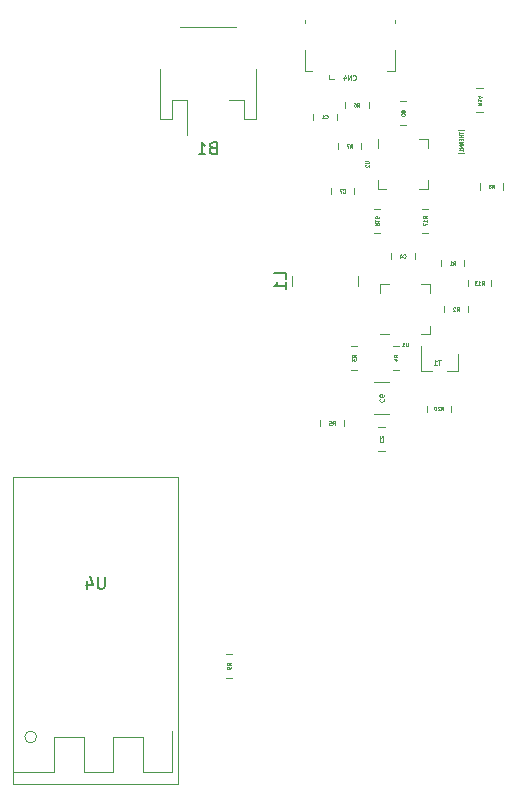
<source format=gbr>
G04 #@! TF.GenerationSoftware,KiCad,Pcbnew,5.1.5-52549c5~86~ubuntu18.04.1*
G04 #@! TF.CreationDate,2020-04-28T10:32:59-07:00*
G04 #@! TF.ProjectId,SHIELD_MIMAS_TFT_BT_POWERSUPPLY,53484945-4c44-45f4-9d49-4d41535f5446,rev?*
G04 #@! TF.SameCoordinates,Original*
G04 #@! TF.FileFunction,Legend,Bot*
G04 #@! TF.FilePolarity,Positive*
%FSLAX46Y46*%
G04 Gerber Fmt 4.6, Leading zero omitted, Abs format (unit mm)*
G04 Created by KiCad (PCBNEW 5.1.5-52549c5~86~ubuntu18.04.1) date 2020-04-28 10:32:59*
%MOMM*%
%LPD*%
G04 APERTURE LIST*
%ADD10C,0.120000*%
%ADD11C,0.075000*%
%ADD12C,0.100000*%
%ADD13C,0.150000*%
G04 APERTURE END LIST*
D10*
X161315000Y-93910000D02*
X160590000Y-93910000D01*
X164810000Y-89690000D02*
X164810000Y-90415000D01*
X164085000Y-89690000D02*
X164810000Y-89690000D01*
X160590000Y-89690000D02*
X160590000Y-90415000D01*
X161315000Y-89690000D02*
X160590000Y-89690000D01*
X164810000Y-93910000D02*
X164810000Y-93185000D01*
X164085000Y-93910000D02*
X164810000Y-93910000D01*
X160390000Y-78115000D02*
X160390000Y-77390000D01*
X164610000Y-81610000D02*
X163885000Y-81610000D01*
X164610000Y-80885000D02*
X164610000Y-81610000D01*
X164610000Y-77390000D02*
X163885000Y-77390000D01*
X164610000Y-78115000D02*
X164610000Y-77390000D01*
X160390000Y-81610000D02*
X161115000Y-81610000D01*
X160390000Y-80885000D02*
X160390000Y-81610000D01*
X156240000Y-72310000D02*
X156240000Y-71920000D01*
X156240000Y-72310000D02*
X156690000Y-72310000D01*
X161810000Y-71610000D02*
X161160000Y-71610000D01*
X161810000Y-69880000D02*
X161810000Y-71610000D01*
X154190000Y-67310000D02*
X154190000Y-67520000D01*
X161810000Y-67310000D02*
X161810000Y-67520000D01*
X154190000Y-69880000D02*
X154190000Y-71610000D01*
X154190000Y-71610000D02*
X154850000Y-71610000D01*
X153100000Y-89000000D02*
X153100000Y-89800000D01*
X158700000Y-89000000D02*
X158700000Y-89800000D01*
X143660000Y-67890000D02*
X148340000Y-67890000D01*
X149040000Y-74110000D02*
X147760000Y-74110000D01*
X149040000Y-75710000D02*
X149040000Y-74110000D01*
X150060000Y-75710000D02*
X149040000Y-75710000D01*
X150060000Y-71460000D02*
X150060000Y-75710000D01*
X144240000Y-74110000D02*
X144240000Y-77000000D01*
X142960000Y-74110000D02*
X144240000Y-74110000D01*
X142960000Y-75710000D02*
X142960000Y-74110000D01*
X141940000Y-75710000D02*
X142960000Y-75710000D01*
X141940000Y-71460000D02*
X141940000Y-75710000D01*
X157500000Y-101191422D02*
X157500000Y-101708578D01*
X155500000Y-101191422D02*
X155500000Y-101708578D01*
X143000000Y-131000000D02*
X143000000Y-127500000D01*
X140500000Y-131000000D02*
X143000000Y-131000000D01*
X140500000Y-128000000D02*
X140500000Y-131000000D01*
X140000000Y-128000000D02*
X140500000Y-128000000D01*
X138000000Y-128000000D02*
X140000000Y-128000000D01*
X138000000Y-131000000D02*
X138000000Y-128000000D01*
X135500000Y-131000000D02*
X138000000Y-131000000D01*
X135500000Y-128000000D02*
X135500000Y-131000000D01*
X133000000Y-128000000D02*
X135500000Y-128000000D01*
X133000000Y-131000000D02*
X133000000Y-128000000D01*
X129500000Y-131000000D02*
X133000000Y-131000000D01*
X131500000Y-128000000D02*
G75*
G03X131500000Y-128000000I-500000J0D01*
G01*
X129500000Y-106000000D02*
X129500000Y-132000000D01*
X143500000Y-106000000D02*
X129500000Y-106000000D01*
X143500000Y-132000000D02*
X143500000Y-106000000D01*
X129500000Y-132000000D02*
X143500000Y-132000000D01*
X160097936Y-97940000D02*
X161302064Y-97940000D01*
X160097936Y-100660000D02*
X161302064Y-100660000D01*
X148046078Y-123000000D02*
X147528922Y-123000000D01*
X148046078Y-121000000D02*
X147528922Y-121000000D01*
X167180000Y-97060000D02*
X167180000Y-95600000D01*
X164020000Y-97060000D02*
X164020000Y-94900000D01*
X164020000Y-97060000D02*
X164950000Y-97060000D01*
X167180000Y-97060000D02*
X166250000Y-97060000D01*
X162241422Y-74200000D02*
X162758578Y-74200000D01*
X162241422Y-76200000D02*
X162758578Y-76200000D01*
X158400000Y-81541422D02*
X158400000Y-82058578D01*
X156400000Y-81541422D02*
X156400000Y-82058578D01*
X163500000Y-87041422D02*
X163500000Y-87558578D01*
X161500000Y-87041422D02*
X161500000Y-87558578D01*
X160441422Y-101800000D02*
X160958578Y-101800000D01*
X160441422Y-103800000D02*
X160958578Y-103800000D01*
X154900000Y-75758578D02*
X154900000Y-75241422D01*
X156900000Y-75758578D02*
X156900000Y-75241422D01*
X167721078Y-78600000D02*
X167203922Y-78600000D01*
X167721078Y-76600000D02*
X167203922Y-76600000D01*
X164550000Y-100458578D02*
X164550000Y-99941422D01*
X166550000Y-100458578D02*
X166550000Y-99941422D01*
X164658578Y-85300000D02*
X164141422Y-85300000D01*
X164658578Y-83300000D02*
X164141422Y-83300000D01*
X160041422Y-83300000D02*
X160558578Y-83300000D01*
X160041422Y-85300000D02*
X160558578Y-85300000D01*
X170000000Y-89341422D02*
X170000000Y-89858578D01*
X168000000Y-89341422D02*
X168000000Y-89858578D01*
X171000000Y-81141422D02*
X171000000Y-81658578D01*
X169000000Y-81141422D02*
X169000000Y-81658578D01*
X159000000Y-77741422D02*
X159000000Y-78258578D01*
X157000000Y-77741422D02*
X157000000Y-78258578D01*
X157600000Y-74758578D02*
X157600000Y-74241422D01*
X159600000Y-74758578D02*
X159600000Y-74241422D01*
X162158578Y-96900000D02*
X161641422Y-96900000D01*
X162158578Y-94900000D02*
X161641422Y-94900000D01*
X158658578Y-96900000D02*
X158141422Y-96900000D01*
X158658578Y-94900000D02*
X158141422Y-94900000D01*
X166000000Y-92058578D02*
X166000000Y-91541422D01*
X168000000Y-92058578D02*
X168000000Y-91541422D01*
X165700000Y-88158578D02*
X165700000Y-87641422D01*
X167700000Y-88158578D02*
X167700000Y-87641422D01*
X168741422Y-73100000D02*
X169258578Y-73100000D01*
X168741422Y-75100000D02*
X169258578Y-75100000D01*
D11*
X162928571Y-94635714D02*
X162928571Y-94878571D01*
X162914285Y-94907142D01*
X162900000Y-94921428D01*
X162871428Y-94935714D01*
X162814285Y-94935714D01*
X162785714Y-94921428D01*
X162771428Y-94907142D01*
X162757142Y-94878571D01*
X162757142Y-94635714D01*
X162457142Y-94935714D02*
X162628571Y-94935714D01*
X162542857Y-94935714D02*
X162542857Y-94635714D01*
X162571428Y-94678571D01*
X162600000Y-94707142D01*
X162628571Y-94721428D01*
X159335714Y-79271428D02*
X159578571Y-79271428D01*
X159607142Y-79285714D01*
X159621428Y-79300000D01*
X159635714Y-79328571D01*
X159635714Y-79385714D01*
X159621428Y-79414285D01*
X159607142Y-79428571D01*
X159578571Y-79442857D01*
X159335714Y-79442857D01*
X159364285Y-79571428D02*
X159350000Y-79585714D01*
X159335714Y-79614285D01*
X159335714Y-79685714D01*
X159350000Y-79714285D01*
X159364285Y-79728571D01*
X159392857Y-79742857D01*
X159421428Y-79742857D01*
X159464285Y-79728571D01*
X159635714Y-79557142D01*
X159635714Y-79742857D01*
D12*
X158276190Y-72342857D02*
X158295238Y-72361904D01*
X158352380Y-72380952D01*
X158390476Y-72380952D01*
X158447619Y-72361904D01*
X158485714Y-72323809D01*
X158504761Y-72285714D01*
X158523809Y-72209523D01*
X158523809Y-72152380D01*
X158504761Y-72076190D01*
X158485714Y-72038095D01*
X158447619Y-72000000D01*
X158390476Y-71980952D01*
X158352380Y-71980952D01*
X158295238Y-72000000D01*
X158276190Y-72019047D01*
X158104761Y-72380952D02*
X158104761Y-71980952D01*
X157876190Y-72380952D01*
X157876190Y-71980952D01*
X157514285Y-72114285D02*
X157514285Y-72380952D01*
X157609523Y-71961904D02*
X157704761Y-72247619D01*
X157457142Y-72247619D01*
D13*
X152602380Y-89233333D02*
X152602380Y-88757142D01*
X151602380Y-88757142D01*
X152602380Y-90090476D02*
X152602380Y-89519047D01*
X152602380Y-89804761D02*
X151602380Y-89804761D01*
X151745238Y-89709523D01*
X151840476Y-89614285D01*
X151888095Y-89519047D01*
X146404761Y-78128571D02*
X146261904Y-78176190D01*
X146214285Y-78223809D01*
X146166666Y-78319047D01*
X146166666Y-78461904D01*
X146214285Y-78557142D01*
X146261904Y-78604761D01*
X146357142Y-78652380D01*
X146738095Y-78652380D01*
X146738095Y-77652380D01*
X146404761Y-77652380D01*
X146309523Y-77700000D01*
X146261904Y-77747619D01*
X146214285Y-77842857D01*
X146214285Y-77938095D01*
X146261904Y-78033333D01*
X146309523Y-78080952D01*
X146404761Y-78128571D01*
X146738095Y-78128571D01*
X145214285Y-78652380D02*
X145785714Y-78652380D01*
X145500000Y-78652380D02*
X145500000Y-77652380D01*
X145595238Y-77795238D01*
X145690476Y-77890476D01*
X145785714Y-77938095D01*
D11*
X156550000Y-101585714D02*
X156650000Y-101442857D01*
X156721428Y-101585714D02*
X156721428Y-101285714D01*
X156607142Y-101285714D01*
X156578571Y-101300000D01*
X156564285Y-101314285D01*
X156550000Y-101342857D01*
X156550000Y-101385714D01*
X156564285Y-101414285D01*
X156578571Y-101428571D01*
X156607142Y-101442857D01*
X156721428Y-101442857D01*
X156278571Y-101285714D02*
X156421428Y-101285714D01*
X156435714Y-101428571D01*
X156421428Y-101414285D01*
X156392857Y-101400000D01*
X156321428Y-101400000D01*
X156292857Y-101414285D01*
X156278571Y-101428571D01*
X156264285Y-101457142D01*
X156264285Y-101528571D01*
X156278571Y-101557142D01*
X156292857Y-101571428D01*
X156321428Y-101585714D01*
X156392857Y-101585714D01*
X156421428Y-101571428D01*
X156435714Y-101557142D01*
D13*
X137261904Y-114452380D02*
X137261904Y-115261904D01*
X137214285Y-115357142D01*
X137166666Y-115404761D01*
X137071428Y-115452380D01*
X136880952Y-115452380D01*
X136785714Y-115404761D01*
X136738095Y-115357142D01*
X136690476Y-115261904D01*
X136690476Y-114452380D01*
X135785714Y-114785714D02*
X135785714Y-115452380D01*
X136023809Y-114404761D02*
X136261904Y-115119047D01*
X135642857Y-115119047D01*
D12*
X160557142Y-99366666D02*
X160538095Y-99385714D01*
X160519047Y-99442857D01*
X160519047Y-99480952D01*
X160538095Y-99538095D01*
X160576190Y-99576190D01*
X160614285Y-99595238D01*
X160690476Y-99614285D01*
X160747619Y-99614285D01*
X160823809Y-99595238D01*
X160861904Y-99576190D01*
X160900000Y-99538095D01*
X160919047Y-99480952D01*
X160919047Y-99442857D01*
X160900000Y-99385714D01*
X160880952Y-99366666D01*
X160919047Y-99023809D02*
X160919047Y-99100000D01*
X160900000Y-99138095D01*
X160880952Y-99157142D01*
X160823809Y-99195238D01*
X160747619Y-99214285D01*
X160595238Y-99214285D01*
X160557142Y-99195238D01*
X160538095Y-99176190D01*
X160519047Y-99138095D01*
X160519047Y-99061904D01*
X160538095Y-99023809D01*
X160557142Y-99004761D01*
X160595238Y-98985714D01*
X160690476Y-98985714D01*
X160728571Y-99004761D01*
X160747619Y-99023809D01*
X160766666Y-99061904D01*
X160766666Y-99138095D01*
X160747619Y-99176190D01*
X160728571Y-99195238D01*
X160690476Y-99214285D01*
D11*
X147923214Y-121950000D02*
X147780357Y-121850000D01*
X147923214Y-121778571D02*
X147623214Y-121778571D01*
X147623214Y-121892857D01*
X147637500Y-121921428D01*
X147651785Y-121935714D01*
X147680357Y-121950000D01*
X147723214Y-121950000D01*
X147751785Y-121935714D01*
X147766071Y-121921428D01*
X147780357Y-121892857D01*
X147780357Y-121778571D01*
X147923214Y-122092857D02*
X147923214Y-122150000D01*
X147908928Y-122178571D01*
X147894642Y-122192857D01*
X147851785Y-122221428D01*
X147794642Y-122235714D01*
X147680357Y-122235714D01*
X147651785Y-122221428D01*
X147637500Y-122207142D01*
X147623214Y-122178571D01*
X147623214Y-122121428D01*
X147637500Y-122092857D01*
X147651785Y-122078571D01*
X147680357Y-122064285D01*
X147751785Y-122064285D01*
X147780357Y-122078571D01*
X147794642Y-122092857D01*
X147808928Y-122121428D01*
X147808928Y-122178571D01*
X147794642Y-122207142D01*
X147780357Y-122221428D01*
X147751785Y-122235714D01*
X165704761Y-96080952D02*
X165476190Y-96080952D01*
X165590476Y-96480952D02*
X165590476Y-96080952D01*
X165133333Y-96480952D02*
X165361904Y-96480952D01*
X165247619Y-96480952D02*
X165247619Y-96080952D01*
X165285714Y-96138095D01*
X165323809Y-96176190D01*
X165361904Y-96195238D01*
X162392857Y-75250000D02*
X162378571Y-75264285D01*
X162364285Y-75307142D01*
X162364285Y-75335714D01*
X162378571Y-75378571D01*
X162407142Y-75407142D01*
X162435714Y-75421428D01*
X162492857Y-75435714D01*
X162535714Y-75435714D01*
X162592857Y-75421428D01*
X162621428Y-75407142D01*
X162650000Y-75378571D01*
X162664285Y-75335714D01*
X162664285Y-75307142D01*
X162650000Y-75264285D01*
X162635714Y-75250000D01*
X162535714Y-75078571D02*
X162550000Y-75107142D01*
X162564285Y-75121428D01*
X162592857Y-75135714D01*
X162607142Y-75135714D01*
X162635714Y-75121428D01*
X162650000Y-75107142D01*
X162664285Y-75078571D01*
X162664285Y-75021428D01*
X162650000Y-74992857D01*
X162635714Y-74978571D01*
X162607142Y-74964285D01*
X162592857Y-74964285D01*
X162564285Y-74978571D01*
X162550000Y-74992857D01*
X162535714Y-75021428D01*
X162535714Y-75078571D01*
X162521428Y-75107142D01*
X162507142Y-75121428D01*
X162478571Y-75135714D01*
X162421428Y-75135714D01*
X162392857Y-75121428D01*
X162378571Y-75107142D01*
X162364285Y-75078571D01*
X162364285Y-75021428D01*
X162378571Y-74992857D01*
X162392857Y-74978571D01*
X162421428Y-74964285D01*
X162478571Y-74964285D01*
X162507142Y-74978571D01*
X162521428Y-74992857D01*
X162535714Y-75021428D01*
X157450000Y-81907142D02*
X157464285Y-81921428D01*
X157507142Y-81935714D01*
X157535714Y-81935714D01*
X157578571Y-81921428D01*
X157607142Y-81892857D01*
X157621428Y-81864285D01*
X157635714Y-81807142D01*
X157635714Y-81764285D01*
X157621428Y-81707142D01*
X157607142Y-81678571D01*
X157578571Y-81650000D01*
X157535714Y-81635714D01*
X157507142Y-81635714D01*
X157464285Y-81650000D01*
X157450000Y-81664285D01*
X157350000Y-81635714D02*
X157150000Y-81635714D01*
X157278571Y-81935714D01*
X162550000Y-87407142D02*
X162564285Y-87421428D01*
X162607142Y-87435714D01*
X162635714Y-87435714D01*
X162678571Y-87421428D01*
X162707142Y-87392857D01*
X162721428Y-87364285D01*
X162735714Y-87307142D01*
X162735714Y-87264285D01*
X162721428Y-87207142D01*
X162707142Y-87178571D01*
X162678571Y-87150000D01*
X162635714Y-87135714D01*
X162607142Y-87135714D01*
X162564285Y-87150000D01*
X162550000Y-87164285D01*
X162292857Y-87235714D02*
X162292857Y-87435714D01*
X162364285Y-87121428D02*
X162435714Y-87335714D01*
X162250000Y-87335714D01*
X160592857Y-102850000D02*
X160578571Y-102864285D01*
X160564285Y-102907142D01*
X160564285Y-102935714D01*
X160578571Y-102978571D01*
X160607142Y-103007142D01*
X160635714Y-103021428D01*
X160692857Y-103035714D01*
X160735714Y-103035714D01*
X160792857Y-103021428D01*
X160821428Y-103007142D01*
X160850000Y-102978571D01*
X160864285Y-102935714D01*
X160864285Y-102907142D01*
X160850000Y-102864285D01*
X160835714Y-102850000D01*
X160835714Y-102735714D02*
X160850000Y-102721428D01*
X160864285Y-102692857D01*
X160864285Y-102621428D01*
X160850000Y-102592857D01*
X160835714Y-102578571D01*
X160807142Y-102564285D01*
X160778571Y-102564285D01*
X160735714Y-102578571D01*
X160564285Y-102750000D01*
X160564285Y-102564285D01*
X155950000Y-75607142D02*
X155964285Y-75621428D01*
X156007142Y-75635714D01*
X156035714Y-75635714D01*
X156078571Y-75621428D01*
X156107142Y-75592857D01*
X156121428Y-75564285D01*
X156135714Y-75507142D01*
X156135714Y-75464285D01*
X156121428Y-75407142D01*
X156107142Y-75378571D01*
X156078571Y-75350000D01*
X156035714Y-75335714D01*
X156007142Y-75335714D01*
X155964285Y-75350000D01*
X155950000Y-75364285D01*
X155664285Y-75635714D02*
X155835714Y-75635714D01*
X155750000Y-75635714D02*
X155750000Y-75335714D01*
X155778571Y-75378571D01*
X155807142Y-75407142D01*
X155835714Y-75421428D01*
X167298214Y-76757142D02*
X167298214Y-76928571D01*
X167598214Y-76842857D02*
X167298214Y-76842857D01*
X167598214Y-77028571D02*
X167298214Y-77028571D01*
X167441071Y-77028571D02*
X167441071Y-77200000D01*
X167598214Y-77200000D02*
X167298214Y-77200000D01*
X167441071Y-77342857D02*
X167441071Y-77442857D01*
X167598214Y-77485714D02*
X167598214Y-77342857D01*
X167298214Y-77342857D01*
X167298214Y-77485714D01*
X167598214Y-77785714D02*
X167455357Y-77685714D01*
X167598214Y-77614285D02*
X167298214Y-77614285D01*
X167298214Y-77728571D01*
X167312500Y-77757142D01*
X167326785Y-77771428D01*
X167355357Y-77785714D01*
X167398214Y-77785714D01*
X167426785Y-77771428D01*
X167441071Y-77757142D01*
X167455357Y-77728571D01*
X167455357Y-77614285D01*
X167598214Y-77914285D02*
X167298214Y-77914285D01*
X167512500Y-78014285D01*
X167298214Y-78114285D01*
X167598214Y-78114285D01*
X167598214Y-78414285D02*
X167598214Y-78242857D01*
X167598214Y-78328571D02*
X167298214Y-78328571D01*
X167341071Y-78300000D01*
X167369642Y-78271428D01*
X167383928Y-78242857D01*
X165742857Y-100335714D02*
X165842857Y-100192857D01*
X165914285Y-100335714D02*
X165914285Y-100035714D01*
X165800000Y-100035714D01*
X165771428Y-100050000D01*
X165757142Y-100064285D01*
X165742857Y-100092857D01*
X165742857Y-100135714D01*
X165757142Y-100164285D01*
X165771428Y-100178571D01*
X165800000Y-100192857D01*
X165914285Y-100192857D01*
X165628571Y-100064285D02*
X165614285Y-100050000D01*
X165585714Y-100035714D01*
X165514285Y-100035714D01*
X165485714Y-100050000D01*
X165471428Y-100064285D01*
X165457142Y-100092857D01*
X165457142Y-100121428D01*
X165471428Y-100164285D01*
X165642857Y-100335714D01*
X165457142Y-100335714D01*
X165271428Y-100035714D02*
X165242857Y-100035714D01*
X165214285Y-100050000D01*
X165200000Y-100064285D01*
X165185714Y-100092857D01*
X165171428Y-100150000D01*
X165171428Y-100221428D01*
X165185714Y-100278571D01*
X165200000Y-100307142D01*
X165214285Y-100321428D01*
X165242857Y-100335714D01*
X165271428Y-100335714D01*
X165300000Y-100321428D01*
X165314285Y-100307142D01*
X165328571Y-100278571D01*
X165342857Y-100221428D01*
X165342857Y-100150000D01*
X165328571Y-100092857D01*
X165314285Y-100064285D01*
X165300000Y-100050000D01*
X165271428Y-100035714D01*
X164535714Y-84107142D02*
X164392857Y-84007142D01*
X164535714Y-83935714D02*
X164235714Y-83935714D01*
X164235714Y-84050000D01*
X164250000Y-84078571D01*
X164264285Y-84092857D01*
X164292857Y-84107142D01*
X164335714Y-84107142D01*
X164364285Y-84092857D01*
X164378571Y-84078571D01*
X164392857Y-84050000D01*
X164392857Y-83935714D01*
X164535714Y-84392857D02*
X164535714Y-84221428D01*
X164535714Y-84307142D02*
X164235714Y-84307142D01*
X164278571Y-84278571D01*
X164307142Y-84250000D01*
X164321428Y-84221428D01*
X164235714Y-84492857D02*
X164235714Y-84692857D01*
X164535714Y-84564285D01*
X160164285Y-84492857D02*
X160307142Y-84592857D01*
X160164285Y-84664285D02*
X160464285Y-84664285D01*
X160464285Y-84550000D01*
X160450000Y-84521428D01*
X160435714Y-84507142D01*
X160407142Y-84492857D01*
X160364285Y-84492857D01*
X160335714Y-84507142D01*
X160321428Y-84521428D01*
X160307142Y-84550000D01*
X160307142Y-84664285D01*
X160164285Y-84207142D02*
X160164285Y-84378571D01*
X160164285Y-84292857D02*
X160464285Y-84292857D01*
X160421428Y-84321428D01*
X160392857Y-84350000D01*
X160378571Y-84378571D01*
X160464285Y-83950000D02*
X160464285Y-84007142D01*
X160450000Y-84035714D01*
X160435714Y-84050000D01*
X160392857Y-84078571D01*
X160335714Y-84092857D01*
X160221428Y-84092857D01*
X160192857Y-84078571D01*
X160178571Y-84064285D01*
X160164285Y-84035714D01*
X160164285Y-83978571D01*
X160178571Y-83950000D01*
X160192857Y-83935714D01*
X160221428Y-83921428D01*
X160292857Y-83921428D01*
X160321428Y-83935714D01*
X160335714Y-83950000D01*
X160350000Y-83978571D01*
X160350000Y-84035714D01*
X160335714Y-84064285D01*
X160321428Y-84078571D01*
X160292857Y-84092857D01*
X169192857Y-89735714D02*
X169292857Y-89592857D01*
X169364285Y-89735714D02*
X169364285Y-89435714D01*
X169250000Y-89435714D01*
X169221428Y-89450000D01*
X169207142Y-89464285D01*
X169192857Y-89492857D01*
X169192857Y-89535714D01*
X169207142Y-89564285D01*
X169221428Y-89578571D01*
X169250000Y-89592857D01*
X169364285Y-89592857D01*
X168907142Y-89735714D02*
X169078571Y-89735714D01*
X168992857Y-89735714D02*
X168992857Y-89435714D01*
X169021428Y-89478571D01*
X169050000Y-89507142D01*
X169078571Y-89521428D01*
X168807142Y-89435714D02*
X168621428Y-89435714D01*
X168721428Y-89550000D01*
X168678571Y-89550000D01*
X168650000Y-89564285D01*
X168635714Y-89578571D01*
X168621428Y-89607142D01*
X168621428Y-89678571D01*
X168635714Y-89707142D01*
X168650000Y-89721428D01*
X168678571Y-89735714D01*
X168764285Y-89735714D01*
X168792857Y-89721428D01*
X168807142Y-89707142D01*
X170050000Y-81535714D02*
X170150000Y-81392857D01*
X170221428Y-81535714D02*
X170221428Y-81235714D01*
X170107142Y-81235714D01*
X170078571Y-81250000D01*
X170064285Y-81264285D01*
X170050000Y-81292857D01*
X170050000Y-81335714D01*
X170064285Y-81364285D01*
X170078571Y-81378571D01*
X170107142Y-81392857D01*
X170221428Y-81392857D01*
X169878571Y-81364285D02*
X169907142Y-81350000D01*
X169921428Y-81335714D01*
X169935714Y-81307142D01*
X169935714Y-81292857D01*
X169921428Y-81264285D01*
X169907142Y-81250000D01*
X169878571Y-81235714D01*
X169821428Y-81235714D01*
X169792857Y-81250000D01*
X169778571Y-81264285D01*
X169764285Y-81292857D01*
X169764285Y-81307142D01*
X169778571Y-81335714D01*
X169792857Y-81350000D01*
X169821428Y-81364285D01*
X169878571Y-81364285D01*
X169907142Y-81378571D01*
X169921428Y-81392857D01*
X169935714Y-81421428D01*
X169935714Y-81478571D01*
X169921428Y-81507142D01*
X169907142Y-81521428D01*
X169878571Y-81535714D01*
X169821428Y-81535714D01*
X169792857Y-81521428D01*
X169778571Y-81507142D01*
X169764285Y-81478571D01*
X169764285Y-81421428D01*
X169778571Y-81392857D01*
X169792857Y-81378571D01*
X169821428Y-81364285D01*
X158050000Y-78135714D02*
X158150000Y-77992857D01*
X158221428Y-78135714D02*
X158221428Y-77835714D01*
X158107142Y-77835714D01*
X158078571Y-77850000D01*
X158064285Y-77864285D01*
X158050000Y-77892857D01*
X158050000Y-77935714D01*
X158064285Y-77964285D01*
X158078571Y-77978571D01*
X158107142Y-77992857D01*
X158221428Y-77992857D01*
X157950000Y-77835714D02*
X157750000Y-77835714D01*
X157878571Y-78135714D01*
X158650000Y-74635714D02*
X158750000Y-74492857D01*
X158821428Y-74635714D02*
X158821428Y-74335714D01*
X158707142Y-74335714D01*
X158678571Y-74350000D01*
X158664285Y-74364285D01*
X158650000Y-74392857D01*
X158650000Y-74435714D01*
X158664285Y-74464285D01*
X158678571Y-74478571D01*
X158707142Y-74492857D01*
X158821428Y-74492857D01*
X158392857Y-74335714D02*
X158450000Y-74335714D01*
X158478571Y-74350000D01*
X158492857Y-74364285D01*
X158521428Y-74407142D01*
X158535714Y-74464285D01*
X158535714Y-74578571D01*
X158521428Y-74607142D01*
X158507142Y-74621428D01*
X158478571Y-74635714D01*
X158421428Y-74635714D01*
X158392857Y-74621428D01*
X158378571Y-74607142D01*
X158364285Y-74578571D01*
X158364285Y-74507142D01*
X158378571Y-74478571D01*
X158392857Y-74464285D01*
X158421428Y-74450000D01*
X158478571Y-74450000D01*
X158507142Y-74464285D01*
X158521428Y-74478571D01*
X158535714Y-74507142D01*
X162035714Y-95850000D02*
X161892857Y-95750000D01*
X162035714Y-95678571D02*
X161735714Y-95678571D01*
X161735714Y-95792857D01*
X161750000Y-95821428D01*
X161764285Y-95835714D01*
X161792857Y-95850000D01*
X161835714Y-95850000D01*
X161864285Y-95835714D01*
X161878571Y-95821428D01*
X161892857Y-95792857D01*
X161892857Y-95678571D01*
X161835714Y-96107142D02*
X162035714Y-96107142D01*
X161721428Y-96035714D02*
X161935714Y-95964285D01*
X161935714Y-96150000D01*
X158535714Y-95850000D02*
X158392857Y-95750000D01*
X158535714Y-95678571D02*
X158235714Y-95678571D01*
X158235714Y-95792857D01*
X158250000Y-95821428D01*
X158264285Y-95835714D01*
X158292857Y-95850000D01*
X158335714Y-95850000D01*
X158364285Y-95835714D01*
X158378571Y-95821428D01*
X158392857Y-95792857D01*
X158392857Y-95678571D01*
X158235714Y-95950000D02*
X158235714Y-96135714D01*
X158350000Y-96035714D01*
X158350000Y-96078571D01*
X158364285Y-96107142D01*
X158378571Y-96121428D01*
X158407142Y-96135714D01*
X158478571Y-96135714D01*
X158507142Y-96121428D01*
X158521428Y-96107142D01*
X158535714Y-96078571D01*
X158535714Y-95992857D01*
X158521428Y-95964285D01*
X158507142Y-95950000D01*
X167050000Y-91935714D02*
X167150000Y-91792857D01*
X167221428Y-91935714D02*
X167221428Y-91635714D01*
X167107142Y-91635714D01*
X167078571Y-91650000D01*
X167064285Y-91664285D01*
X167050000Y-91692857D01*
X167050000Y-91735714D01*
X167064285Y-91764285D01*
X167078571Y-91778571D01*
X167107142Y-91792857D01*
X167221428Y-91792857D01*
X166935714Y-91664285D02*
X166921428Y-91650000D01*
X166892857Y-91635714D01*
X166821428Y-91635714D01*
X166792857Y-91650000D01*
X166778571Y-91664285D01*
X166764285Y-91692857D01*
X166764285Y-91721428D01*
X166778571Y-91764285D01*
X166950000Y-91935714D01*
X166764285Y-91935714D01*
X166750000Y-88035714D02*
X166850000Y-87892857D01*
X166921428Y-88035714D02*
X166921428Y-87735714D01*
X166807142Y-87735714D01*
X166778571Y-87750000D01*
X166764285Y-87764285D01*
X166750000Y-87792857D01*
X166750000Y-87835714D01*
X166764285Y-87864285D01*
X166778571Y-87878571D01*
X166807142Y-87892857D01*
X166921428Y-87892857D01*
X166464285Y-88035714D02*
X166635714Y-88035714D01*
X166550000Y-88035714D02*
X166550000Y-87735714D01*
X166578571Y-87778571D01*
X166607142Y-87807142D01*
X166635714Y-87821428D01*
X168864285Y-74292857D02*
X169007142Y-74392857D01*
X168864285Y-74464285D02*
X169164285Y-74464285D01*
X169164285Y-74350000D01*
X169150000Y-74321428D01*
X169135714Y-74307142D01*
X169107142Y-74292857D01*
X169064285Y-74292857D01*
X169035714Y-74307142D01*
X169021428Y-74321428D01*
X169007142Y-74350000D01*
X169007142Y-74464285D01*
X168864285Y-74007142D02*
X168864285Y-74178571D01*
X168864285Y-74092857D02*
X169164285Y-74092857D01*
X169121428Y-74121428D01*
X169092857Y-74150000D01*
X169078571Y-74178571D01*
X169064285Y-73750000D02*
X168864285Y-73750000D01*
X169178571Y-73821428D02*
X168964285Y-73892857D01*
X168964285Y-73707142D01*
M02*

</source>
